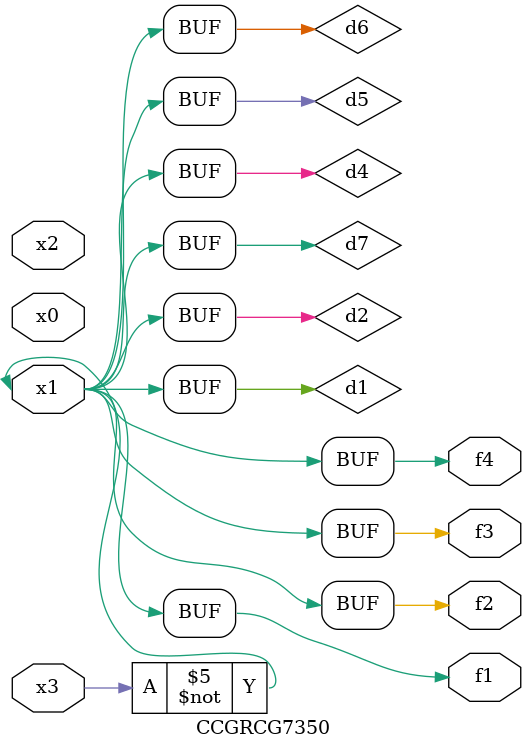
<source format=v>
module CCGRCG7350(
	input x0, x1, x2, x3,
	output f1, f2, f3, f4
);

	wire d1, d2, d3, d4, d5, d6, d7;

	not (d1, x3);
	buf (d2, x1);
	xnor (d3, d1, d2);
	nor (d4, d1);
	buf (d5, d1, d2);
	buf (d6, d4, d5);
	nand (d7, d4);
	assign f1 = d6;
	assign f2 = d7;
	assign f3 = d6;
	assign f4 = d6;
endmodule

</source>
